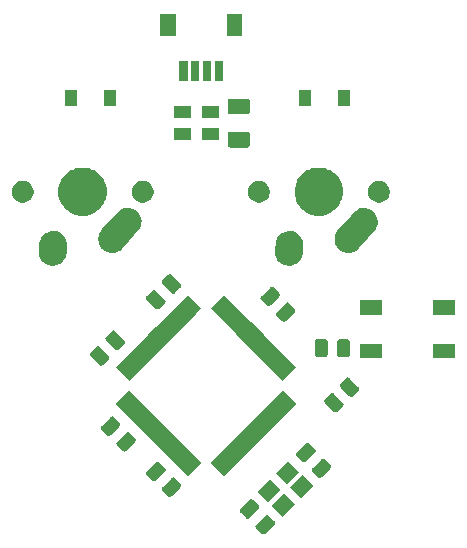
<source format=gbs>
G04 #@! TF.GenerationSoftware,KiCad,Pcbnew,(5.1.4)-1*
G04 #@! TF.CreationDate,2023-02-06T19:21:26+01:00*
G04 #@! TF.ProjectId,Keypad PCB,4b657970-6164-4205-9043-422e6b696361,rev?*
G04 #@! TF.SameCoordinates,Original*
G04 #@! TF.FileFunction,Soldermask,Bot*
G04 #@! TF.FilePolarity,Negative*
%FSLAX46Y46*%
G04 Gerber Fmt 4.6, Leading zero omitted, Abs format (unit mm)*
G04 Created by KiCad (PCBNEW (5.1.4)-1) date 2023-02-06 19:21:26*
%MOMM*%
%LPD*%
G04 APERTURE LIST*
%ADD10C,0.100000*%
G04 APERTURE END LIST*
D10*
G36*
X185647141Y-77366302D02*
G01*
X185685811Y-77378033D01*
X185721450Y-77397083D01*
X185757456Y-77426632D01*
X185797306Y-77466482D01*
X185797312Y-77466487D01*
X186178089Y-77847264D01*
X186178094Y-77847270D01*
X186217944Y-77887120D01*
X186247493Y-77923126D01*
X186266543Y-77958765D01*
X186278274Y-77997435D01*
X186282234Y-78037653D01*
X186278274Y-78077871D01*
X186266543Y-78116541D01*
X186247493Y-78152180D01*
X186217944Y-78188186D01*
X186178094Y-78228036D01*
X186178089Y-78228042D01*
X185496792Y-78909339D01*
X185496786Y-78909344D01*
X185456936Y-78949194D01*
X185420930Y-78978743D01*
X185385291Y-78997793D01*
X185346621Y-79009524D01*
X185306403Y-79013484D01*
X185266185Y-79009524D01*
X185227515Y-78997793D01*
X185191876Y-78978743D01*
X185155870Y-78949194D01*
X185116020Y-78909344D01*
X185116014Y-78909339D01*
X184735237Y-78528562D01*
X184735232Y-78528556D01*
X184695382Y-78488706D01*
X184665833Y-78452700D01*
X184646783Y-78417061D01*
X184635052Y-78378391D01*
X184631092Y-78338173D01*
X184635052Y-78297955D01*
X184646783Y-78259285D01*
X184665833Y-78223646D01*
X184695382Y-78187640D01*
X184735232Y-78147790D01*
X184735237Y-78147784D01*
X185416534Y-77466487D01*
X185416540Y-77466482D01*
X185456390Y-77426632D01*
X185492396Y-77397083D01*
X185528035Y-77378033D01*
X185566705Y-77366302D01*
X185606923Y-77362342D01*
X185647141Y-77366302D01*
X185647141Y-77366302D01*
G37*
G36*
X184321315Y-76040476D02*
G01*
X184359985Y-76052207D01*
X184395624Y-76071257D01*
X184431630Y-76100806D01*
X184471480Y-76140656D01*
X184471486Y-76140661D01*
X184852263Y-76521438D01*
X184852268Y-76521444D01*
X184892118Y-76561294D01*
X184921667Y-76597300D01*
X184940717Y-76632939D01*
X184952448Y-76671609D01*
X184956408Y-76711827D01*
X184952448Y-76752045D01*
X184940717Y-76790715D01*
X184921667Y-76826354D01*
X184892118Y-76862360D01*
X184852268Y-76902210D01*
X184852263Y-76902216D01*
X184170966Y-77583513D01*
X184170960Y-77583518D01*
X184131110Y-77623368D01*
X184095104Y-77652917D01*
X184059465Y-77671967D01*
X184020795Y-77683698D01*
X183980577Y-77687658D01*
X183940359Y-77683698D01*
X183901689Y-77671967D01*
X183866050Y-77652917D01*
X183830044Y-77623368D01*
X183790194Y-77583518D01*
X183790188Y-77583513D01*
X183409411Y-77202736D01*
X183409406Y-77202730D01*
X183369556Y-77162880D01*
X183340007Y-77126874D01*
X183320957Y-77091235D01*
X183309226Y-77052565D01*
X183305266Y-77012347D01*
X183309226Y-76972129D01*
X183320957Y-76933459D01*
X183340007Y-76897820D01*
X183369556Y-76861814D01*
X183409406Y-76821964D01*
X183409411Y-76821958D01*
X184090708Y-76140661D01*
X184090714Y-76140656D01*
X184130564Y-76100806D01*
X184166570Y-76071257D01*
X184202209Y-76052207D01*
X184240879Y-76040476D01*
X184281097Y-76036516D01*
X184321315Y-76040476D01*
X184321315Y-76040476D01*
G37*
G36*
X187989587Y-76451897D02*
G01*
X186927512Y-77513972D01*
X186006859Y-76593319D01*
X187068934Y-75531244D01*
X187989587Y-76451897D01*
X187989587Y-76451897D01*
G37*
G36*
X186787506Y-75249816D02*
G01*
X185725431Y-76311891D01*
X184804778Y-75391238D01*
X185866853Y-74329163D01*
X186787506Y-75249816D01*
X186787506Y-75249816D01*
G37*
G36*
X189545222Y-74896262D02*
G01*
X188483147Y-75958337D01*
X187562494Y-75037684D01*
X188624569Y-73975609D01*
X189545222Y-74896262D01*
X189545222Y-74896262D01*
G37*
G36*
X177709641Y-74191302D02*
G01*
X177748311Y-74203033D01*
X177783950Y-74222083D01*
X177819956Y-74251632D01*
X177859806Y-74291482D01*
X177859812Y-74291487D01*
X178240589Y-74672264D01*
X178240594Y-74672270D01*
X178280444Y-74712120D01*
X178309993Y-74748126D01*
X178329043Y-74783765D01*
X178340774Y-74822435D01*
X178344734Y-74862653D01*
X178340774Y-74902871D01*
X178329043Y-74941541D01*
X178309993Y-74977180D01*
X178280444Y-75013186D01*
X178240594Y-75053036D01*
X178240589Y-75053042D01*
X177559292Y-75734339D01*
X177559286Y-75734344D01*
X177519436Y-75774194D01*
X177483430Y-75803743D01*
X177447791Y-75822793D01*
X177409121Y-75834524D01*
X177368903Y-75838484D01*
X177328685Y-75834524D01*
X177290015Y-75822793D01*
X177254376Y-75803743D01*
X177218370Y-75774194D01*
X177178520Y-75734344D01*
X177178514Y-75734339D01*
X176797737Y-75353562D01*
X176797732Y-75353556D01*
X176757882Y-75313706D01*
X176728333Y-75277700D01*
X176709283Y-75242061D01*
X176697552Y-75203391D01*
X176693592Y-75163173D01*
X176697552Y-75122955D01*
X176709283Y-75084285D01*
X176728333Y-75048646D01*
X176757882Y-75012640D01*
X176797732Y-74972790D01*
X176797737Y-74972784D01*
X177479034Y-74291487D01*
X177479040Y-74291482D01*
X177518890Y-74251632D01*
X177554896Y-74222083D01*
X177590535Y-74203033D01*
X177629205Y-74191302D01*
X177669423Y-74187342D01*
X177709641Y-74191302D01*
X177709641Y-74191302D01*
G37*
G36*
X188343141Y-73694181D02*
G01*
X187281066Y-74756256D01*
X186360413Y-73835603D01*
X187422488Y-72773528D01*
X188343141Y-73694181D01*
X188343141Y-73694181D01*
G37*
G36*
X176383815Y-72865476D02*
G01*
X176422485Y-72877207D01*
X176458124Y-72896257D01*
X176494130Y-72925806D01*
X176533980Y-72965656D01*
X176533986Y-72965661D01*
X176914763Y-73346438D01*
X176914768Y-73346444D01*
X176954618Y-73386294D01*
X176984167Y-73422300D01*
X177003217Y-73457939D01*
X177014948Y-73496609D01*
X177018908Y-73536827D01*
X177014948Y-73577045D01*
X177003217Y-73615715D01*
X176984167Y-73651354D01*
X176954618Y-73687360D01*
X176914768Y-73727210D01*
X176914763Y-73727216D01*
X176233466Y-74408513D01*
X176233460Y-74408518D01*
X176193610Y-74448368D01*
X176157604Y-74477917D01*
X176121965Y-74496967D01*
X176083295Y-74508698D01*
X176043077Y-74512658D01*
X176002859Y-74508698D01*
X175964189Y-74496967D01*
X175928550Y-74477917D01*
X175892544Y-74448368D01*
X175852694Y-74408518D01*
X175852688Y-74408513D01*
X175471911Y-74027736D01*
X175471906Y-74027730D01*
X175432056Y-73987880D01*
X175402507Y-73951874D01*
X175383457Y-73916235D01*
X175371726Y-73877565D01*
X175367766Y-73837347D01*
X175371726Y-73797129D01*
X175383457Y-73758459D01*
X175402507Y-73722820D01*
X175432056Y-73686814D01*
X175471906Y-73646964D01*
X175471911Y-73646958D01*
X176153208Y-72965661D01*
X176153214Y-72965656D01*
X176193064Y-72925806D01*
X176229070Y-72896257D01*
X176264709Y-72877207D01*
X176303379Y-72865476D01*
X176343597Y-72861516D01*
X176383815Y-72865476D01*
X176383815Y-72865476D01*
G37*
G36*
X190409641Y-72603802D02*
G01*
X190448311Y-72615533D01*
X190483950Y-72634583D01*
X190519956Y-72664132D01*
X190559806Y-72703982D01*
X190559812Y-72703987D01*
X190940589Y-73084764D01*
X190940594Y-73084770D01*
X190980444Y-73124620D01*
X191009993Y-73160626D01*
X191029043Y-73196265D01*
X191040774Y-73234935D01*
X191044734Y-73275153D01*
X191040774Y-73315371D01*
X191029043Y-73354041D01*
X191009993Y-73389680D01*
X190980444Y-73425686D01*
X190940594Y-73465536D01*
X190940589Y-73465542D01*
X190259292Y-74146839D01*
X190259286Y-74146844D01*
X190219436Y-74186694D01*
X190183430Y-74216243D01*
X190147791Y-74235293D01*
X190109121Y-74247024D01*
X190068903Y-74250984D01*
X190028685Y-74247024D01*
X189990015Y-74235293D01*
X189954376Y-74216243D01*
X189918370Y-74186694D01*
X189878520Y-74146844D01*
X189878514Y-74146839D01*
X189497737Y-73766062D01*
X189497732Y-73766056D01*
X189457882Y-73726206D01*
X189428333Y-73690200D01*
X189409283Y-73654561D01*
X189397552Y-73615891D01*
X189393592Y-73575673D01*
X189397552Y-73535455D01*
X189409283Y-73496785D01*
X189428333Y-73461146D01*
X189457882Y-73425140D01*
X189497732Y-73385290D01*
X189497737Y-73385284D01*
X190179034Y-72703987D01*
X190179040Y-72703982D01*
X190218890Y-72664132D01*
X190254896Y-72634583D01*
X190290535Y-72615533D01*
X190329205Y-72603802D01*
X190369423Y-72599842D01*
X190409641Y-72603802D01*
X190409641Y-72603802D01*
G37*
G36*
X174398238Y-67294971D02*
G01*
X174398244Y-67294976D01*
X175601727Y-68498459D01*
X175601732Y-68498465D01*
X176095294Y-68992027D01*
X176095300Y-68992032D01*
X176733098Y-69629830D01*
X176733103Y-69629836D01*
X177226665Y-70123398D01*
X177226671Y-70123403D01*
X177864469Y-70761201D01*
X177864474Y-70761207D01*
X178358036Y-71254769D01*
X178358042Y-71254774D01*
X179561525Y-72458257D01*
X179561530Y-72458263D01*
X180038827Y-72935560D01*
X178906042Y-74068345D01*
X178356627Y-73518930D01*
X178356622Y-73518924D01*
X177297375Y-72459677D01*
X177297369Y-72459672D01*
X176659571Y-71821874D01*
X176659566Y-71821868D01*
X176166004Y-71328306D01*
X176165998Y-71328301D01*
X175528200Y-70690503D01*
X175528195Y-70690497D01*
X175034633Y-70196935D01*
X175034627Y-70196930D01*
X174396829Y-69559132D01*
X174396824Y-69559126D01*
X173337577Y-68499879D01*
X173337571Y-68499874D01*
X172788155Y-67950458D01*
X173920940Y-66817673D01*
X174398238Y-67294971D01*
X174398238Y-67294971D01*
G37*
G36*
X188099845Y-67950458D02*
G01*
X187550424Y-68499879D01*
X186984738Y-69065564D01*
X186491177Y-69559126D01*
X183590626Y-72459677D01*
X183024940Y-73025362D01*
X182531379Y-73518924D01*
X181981958Y-74068345D01*
X180849173Y-72935560D01*
X181310206Y-72474527D01*
X181326471Y-72458263D01*
X181326480Y-72458252D01*
X182529954Y-71254778D01*
X182529965Y-71254769D01*
X182546230Y-71238505D01*
X182546229Y-71238504D01*
X183007262Y-70777471D01*
X183007263Y-70777472D01*
X183023527Y-70761207D01*
X183023536Y-70761196D01*
X183661325Y-70123407D01*
X183661336Y-70123398D01*
X183677601Y-70107134D01*
X183677600Y-70107133D01*
X184138633Y-69646100D01*
X184138634Y-69646101D01*
X184154898Y-69629836D01*
X184154907Y-69629825D01*
X184792696Y-68992036D01*
X184792707Y-68992027D01*
X184808972Y-68975763D01*
X184808971Y-68975762D01*
X185270004Y-68514729D01*
X185270005Y-68514730D01*
X185286269Y-68498465D01*
X185286278Y-68498454D01*
X186489752Y-67294980D01*
X186489763Y-67294971D01*
X186506027Y-67278706D01*
X186967060Y-66817673D01*
X188099845Y-67950458D01*
X188099845Y-67950458D01*
G37*
G36*
X189083815Y-71277976D02*
G01*
X189122485Y-71289707D01*
X189158124Y-71308757D01*
X189194130Y-71338306D01*
X189233980Y-71378156D01*
X189233986Y-71378161D01*
X189614763Y-71758938D01*
X189614768Y-71758944D01*
X189654618Y-71798794D01*
X189684167Y-71834800D01*
X189703217Y-71870439D01*
X189714948Y-71909109D01*
X189718908Y-71949327D01*
X189714948Y-71989545D01*
X189703217Y-72028215D01*
X189684167Y-72063854D01*
X189654618Y-72099860D01*
X189614768Y-72139710D01*
X189614763Y-72139716D01*
X188933466Y-72821013D01*
X188933460Y-72821018D01*
X188893610Y-72860868D01*
X188857604Y-72890417D01*
X188821965Y-72909467D01*
X188783295Y-72921198D01*
X188743077Y-72925158D01*
X188702859Y-72921198D01*
X188664189Y-72909467D01*
X188628550Y-72890417D01*
X188592544Y-72860868D01*
X188552694Y-72821018D01*
X188552688Y-72821013D01*
X188171911Y-72440236D01*
X188171906Y-72440230D01*
X188132056Y-72400380D01*
X188102507Y-72364374D01*
X188083457Y-72328735D01*
X188071726Y-72290065D01*
X188067766Y-72249847D01*
X188071726Y-72209629D01*
X188083457Y-72170959D01*
X188102507Y-72135320D01*
X188132056Y-72099314D01*
X188171906Y-72059464D01*
X188171911Y-72059458D01*
X188853208Y-71378161D01*
X188853214Y-71378156D01*
X188893064Y-71338306D01*
X188929070Y-71308757D01*
X188964709Y-71289707D01*
X189003379Y-71277976D01*
X189043597Y-71274016D01*
X189083815Y-71277976D01*
X189083815Y-71277976D01*
G37*
G36*
X173871728Y-70353389D02*
G01*
X173910398Y-70365120D01*
X173946037Y-70384170D01*
X173982043Y-70413719D01*
X174021893Y-70453569D01*
X174021899Y-70453574D01*
X174402676Y-70834351D01*
X174402681Y-70834357D01*
X174442531Y-70874207D01*
X174472080Y-70910213D01*
X174491130Y-70945852D01*
X174502861Y-70984522D01*
X174506821Y-71024740D01*
X174502861Y-71064958D01*
X174491130Y-71103628D01*
X174472080Y-71139267D01*
X174442531Y-71175273D01*
X174402681Y-71215123D01*
X174402676Y-71215129D01*
X173721379Y-71896426D01*
X173721373Y-71896431D01*
X173681523Y-71936281D01*
X173645517Y-71965830D01*
X173609878Y-71984880D01*
X173571208Y-71996611D01*
X173530990Y-72000571D01*
X173490772Y-71996611D01*
X173452102Y-71984880D01*
X173416463Y-71965830D01*
X173380457Y-71936281D01*
X173340607Y-71896431D01*
X173340601Y-71896426D01*
X172959824Y-71515649D01*
X172959819Y-71515643D01*
X172919969Y-71475793D01*
X172890420Y-71439787D01*
X172871370Y-71404148D01*
X172859639Y-71365478D01*
X172855679Y-71325260D01*
X172859639Y-71285042D01*
X172871370Y-71246372D01*
X172890420Y-71210733D01*
X172919969Y-71174727D01*
X172959819Y-71134877D01*
X172959824Y-71134871D01*
X173641121Y-70453574D01*
X173641127Y-70453569D01*
X173680977Y-70413719D01*
X173716983Y-70384170D01*
X173752622Y-70365120D01*
X173791292Y-70353389D01*
X173831510Y-70349429D01*
X173871728Y-70353389D01*
X173871728Y-70353389D01*
G37*
G36*
X172545902Y-69027563D02*
G01*
X172584572Y-69039294D01*
X172620211Y-69058344D01*
X172656217Y-69087893D01*
X172696067Y-69127743D01*
X172696073Y-69127748D01*
X173076850Y-69508525D01*
X173076855Y-69508531D01*
X173116705Y-69548381D01*
X173146254Y-69584387D01*
X173165304Y-69620026D01*
X173177035Y-69658696D01*
X173180995Y-69698914D01*
X173177035Y-69739132D01*
X173165304Y-69777802D01*
X173146254Y-69813441D01*
X173116705Y-69849447D01*
X173076855Y-69889297D01*
X173076850Y-69889303D01*
X172395553Y-70570600D01*
X172395547Y-70570605D01*
X172355697Y-70610455D01*
X172319691Y-70640004D01*
X172284052Y-70659054D01*
X172245382Y-70670785D01*
X172205164Y-70674745D01*
X172164946Y-70670785D01*
X172126276Y-70659054D01*
X172090637Y-70640004D01*
X172054631Y-70610455D01*
X172014781Y-70570605D01*
X172014775Y-70570600D01*
X171633998Y-70189823D01*
X171633993Y-70189817D01*
X171594143Y-70149967D01*
X171564594Y-70113961D01*
X171545544Y-70078322D01*
X171533813Y-70039652D01*
X171529853Y-69999434D01*
X171533813Y-69959216D01*
X171545544Y-69920546D01*
X171564594Y-69884907D01*
X171594143Y-69848901D01*
X171633993Y-69809051D01*
X171633998Y-69809045D01*
X172315295Y-69127748D01*
X172315301Y-69127743D01*
X172355151Y-69087893D01*
X172391157Y-69058344D01*
X172426796Y-69039294D01*
X172465466Y-69027563D01*
X172505684Y-69023603D01*
X172545902Y-69027563D01*
X172545902Y-69027563D01*
G37*
G36*
X191164545Y-67047552D02*
G01*
X191203215Y-67059283D01*
X191238854Y-67078333D01*
X191274860Y-67107882D01*
X191314710Y-67147732D01*
X191314716Y-67147737D01*
X191996013Y-67829034D01*
X191996018Y-67829040D01*
X192035868Y-67868890D01*
X192065417Y-67904896D01*
X192084467Y-67940535D01*
X192096198Y-67979205D01*
X192100158Y-68019423D01*
X192096198Y-68059641D01*
X192084467Y-68098311D01*
X192065417Y-68133950D01*
X192035868Y-68169956D01*
X191996018Y-68209806D01*
X191996013Y-68209812D01*
X191615236Y-68590589D01*
X191615230Y-68590594D01*
X191575380Y-68630444D01*
X191539374Y-68659993D01*
X191503735Y-68679043D01*
X191465065Y-68690774D01*
X191424847Y-68694734D01*
X191384629Y-68690774D01*
X191345959Y-68679043D01*
X191310320Y-68659993D01*
X191274314Y-68630444D01*
X191234464Y-68590594D01*
X191234458Y-68590589D01*
X190553161Y-67909292D01*
X190553156Y-67909286D01*
X190513306Y-67869436D01*
X190483757Y-67833430D01*
X190464707Y-67797791D01*
X190452976Y-67759121D01*
X190449016Y-67718903D01*
X190452976Y-67678685D01*
X190464707Y-67640015D01*
X190483757Y-67604376D01*
X190513306Y-67568370D01*
X190553156Y-67528520D01*
X190553161Y-67528514D01*
X190933938Y-67147737D01*
X190933944Y-67147732D01*
X190973794Y-67107882D01*
X191009800Y-67078333D01*
X191045439Y-67059283D01*
X191084109Y-67047552D01*
X191124327Y-67043592D01*
X191164545Y-67047552D01*
X191164545Y-67047552D01*
G37*
G36*
X192490371Y-65721726D02*
G01*
X192529041Y-65733457D01*
X192564680Y-65752507D01*
X192600686Y-65782056D01*
X192640536Y-65821906D01*
X192640542Y-65821911D01*
X193321839Y-66503208D01*
X193321844Y-66503214D01*
X193361694Y-66543064D01*
X193391243Y-66579070D01*
X193410293Y-66614709D01*
X193422024Y-66653379D01*
X193425984Y-66693597D01*
X193422024Y-66733815D01*
X193410293Y-66772485D01*
X193391243Y-66808124D01*
X193361694Y-66844130D01*
X193321844Y-66883980D01*
X193321839Y-66883986D01*
X192941062Y-67264763D01*
X192941056Y-67264768D01*
X192901206Y-67304618D01*
X192865200Y-67334167D01*
X192829561Y-67353217D01*
X192790891Y-67364948D01*
X192750673Y-67368908D01*
X192710455Y-67364948D01*
X192671785Y-67353217D01*
X192636146Y-67334167D01*
X192600140Y-67304618D01*
X192560290Y-67264768D01*
X192560284Y-67264763D01*
X191878987Y-66583466D01*
X191878982Y-66583460D01*
X191839132Y-66543610D01*
X191809583Y-66507604D01*
X191790533Y-66471965D01*
X191778802Y-66433295D01*
X191774842Y-66393077D01*
X191778802Y-66352859D01*
X191790533Y-66314189D01*
X191809583Y-66278550D01*
X191839132Y-66242544D01*
X191878982Y-66202694D01*
X191878987Y-66202688D01*
X192259764Y-65821911D01*
X192259770Y-65821906D01*
X192299620Y-65782056D01*
X192335626Y-65752507D01*
X192371265Y-65733457D01*
X192409935Y-65721726D01*
X192450153Y-65717766D01*
X192490371Y-65721726D01*
X192490371Y-65721726D01*
G37*
G36*
X182531374Y-59306071D02*
G01*
X182531379Y-59306077D01*
X183590626Y-60365324D01*
X183590632Y-60365329D01*
X184228430Y-61003127D01*
X184228435Y-61003133D01*
X184721997Y-61496695D01*
X184722003Y-61496700D01*
X185359801Y-62134498D01*
X185359806Y-62134504D01*
X185853368Y-62628066D01*
X185853374Y-62628071D01*
X186491172Y-63265869D01*
X186491177Y-63265875D01*
X187550424Y-64325122D01*
X187550430Y-64325127D01*
X188099845Y-64874542D01*
X186967060Y-66007327D01*
X186489763Y-65530030D01*
X186489757Y-65530025D01*
X185286274Y-64326542D01*
X185286269Y-64326536D01*
X184792707Y-63832974D01*
X184792701Y-63832969D01*
X184154903Y-63195171D01*
X184154898Y-63195165D01*
X183661336Y-62701603D01*
X183661330Y-62701598D01*
X183023532Y-62063800D01*
X183023527Y-62063794D01*
X182529965Y-61570232D01*
X182529959Y-61570227D01*
X181326476Y-60366744D01*
X181326471Y-60366738D01*
X180849173Y-59889440D01*
X181981958Y-58756655D01*
X182531374Y-59306071D01*
X182531374Y-59306071D01*
G37*
G36*
X180038827Y-59889440D02*
G01*
X179561530Y-60366738D01*
X174398238Y-65530030D01*
X173920940Y-66007327D01*
X172788155Y-64874542D01*
X173337566Y-64325131D01*
X173337577Y-64325122D01*
X173353841Y-64308857D01*
X174380559Y-63282139D01*
X174396824Y-63265875D01*
X174396833Y-63265864D01*
X175034622Y-62628075D01*
X175034633Y-62628066D01*
X175050898Y-62611802D01*
X175050897Y-62611801D01*
X175511930Y-62150768D01*
X175511931Y-62150769D01*
X175528195Y-62134504D01*
X175528204Y-62134493D01*
X176165993Y-61496704D01*
X176166004Y-61496695D01*
X176182269Y-61480431D01*
X176182268Y-61480430D01*
X176643301Y-61019397D01*
X176643302Y-61019398D01*
X176659566Y-61003133D01*
X176659575Y-61003122D01*
X177297364Y-60365333D01*
X177297375Y-60365324D01*
X177313639Y-60349059D01*
X178340357Y-59322341D01*
X178356622Y-59306077D01*
X178356631Y-59306066D01*
X178906042Y-58756655D01*
X180038827Y-59889440D01*
X180038827Y-59889440D01*
G37*
G36*
X171320795Y-63078802D02*
G01*
X171359465Y-63090533D01*
X171395104Y-63109583D01*
X171431110Y-63139132D01*
X171470960Y-63178982D01*
X171470966Y-63178987D01*
X172152263Y-63860284D01*
X172152268Y-63860290D01*
X172192118Y-63900140D01*
X172221667Y-63936146D01*
X172240717Y-63971785D01*
X172252448Y-64010455D01*
X172256408Y-64050673D01*
X172252448Y-64090891D01*
X172240717Y-64129561D01*
X172221667Y-64165200D01*
X172192118Y-64201206D01*
X172152268Y-64241056D01*
X172152263Y-64241062D01*
X171771486Y-64621839D01*
X171771480Y-64621844D01*
X171731630Y-64661694D01*
X171695624Y-64691243D01*
X171659985Y-64710293D01*
X171621315Y-64722024D01*
X171581097Y-64725984D01*
X171540879Y-64722024D01*
X171502209Y-64710293D01*
X171466570Y-64691243D01*
X171430564Y-64661694D01*
X171390714Y-64621844D01*
X171390708Y-64621839D01*
X170709411Y-63940542D01*
X170709406Y-63940536D01*
X170669556Y-63900686D01*
X170640007Y-63864680D01*
X170620957Y-63829041D01*
X170609226Y-63790371D01*
X170605266Y-63750153D01*
X170609226Y-63709935D01*
X170620957Y-63671265D01*
X170640007Y-63635626D01*
X170669556Y-63599620D01*
X170709406Y-63559770D01*
X170709411Y-63559764D01*
X171090188Y-63178987D01*
X171090194Y-63178982D01*
X171130044Y-63139132D01*
X171166050Y-63109583D01*
X171201689Y-63090533D01*
X171240359Y-63078802D01*
X171280577Y-63074842D01*
X171320795Y-63078802D01*
X171320795Y-63078802D01*
G37*
G36*
X195344750Y-64101000D02*
G01*
X193442750Y-64101000D01*
X193442750Y-62899000D01*
X195344750Y-62899000D01*
X195344750Y-64101000D01*
X195344750Y-64101000D01*
G37*
G36*
X201544750Y-64101000D02*
G01*
X199642750Y-64101000D01*
X199642750Y-62899000D01*
X201544750Y-62899000D01*
X201544750Y-64101000D01*
X201544750Y-64101000D01*
G37*
G36*
X192453218Y-62491065D02*
G01*
X192491888Y-62502796D01*
X192527527Y-62521846D01*
X192558767Y-62547483D01*
X192584404Y-62578723D01*
X192603454Y-62614362D01*
X192615185Y-62653032D01*
X192619750Y-62699388D01*
X192619750Y-63775612D01*
X192615185Y-63821968D01*
X192603454Y-63860638D01*
X192584404Y-63896277D01*
X192558767Y-63927517D01*
X192527527Y-63953154D01*
X192491888Y-63972204D01*
X192453218Y-63983935D01*
X192406862Y-63988500D01*
X191755638Y-63988500D01*
X191709282Y-63983935D01*
X191670612Y-63972204D01*
X191634973Y-63953154D01*
X191603733Y-63927517D01*
X191578096Y-63896277D01*
X191559046Y-63860638D01*
X191547315Y-63821968D01*
X191542750Y-63775612D01*
X191542750Y-62699388D01*
X191547315Y-62653032D01*
X191559046Y-62614362D01*
X191578096Y-62578723D01*
X191603733Y-62547483D01*
X191634973Y-62521846D01*
X191670612Y-62502796D01*
X191709282Y-62491065D01*
X191755638Y-62486500D01*
X192406862Y-62486500D01*
X192453218Y-62491065D01*
X192453218Y-62491065D01*
G37*
G36*
X190578218Y-62491065D02*
G01*
X190616888Y-62502796D01*
X190652527Y-62521846D01*
X190683767Y-62547483D01*
X190709404Y-62578723D01*
X190728454Y-62614362D01*
X190740185Y-62653032D01*
X190744750Y-62699388D01*
X190744750Y-63775612D01*
X190740185Y-63821968D01*
X190728454Y-63860638D01*
X190709404Y-63896277D01*
X190683767Y-63927517D01*
X190652527Y-63953154D01*
X190616888Y-63972204D01*
X190578218Y-63983935D01*
X190531862Y-63988500D01*
X189880638Y-63988500D01*
X189834282Y-63983935D01*
X189795612Y-63972204D01*
X189759973Y-63953154D01*
X189728733Y-63927517D01*
X189703096Y-63896277D01*
X189684046Y-63860638D01*
X189672315Y-63821968D01*
X189667750Y-63775612D01*
X189667750Y-62699388D01*
X189672315Y-62653032D01*
X189684046Y-62614362D01*
X189703096Y-62578723D01*
X189728733Y-62547483D01*
X189759973Y-62521846D01*
X189795612Y-62502796D01*
X189834282Y-62491065D01*
X189880638Y-62486500D01*
X190531862Y-62486500D01*
X190578218Y-62491065D01*
X190578218Y-62491065D01*
G37*
G36*
X172646621Y-61752976D02*
G01*
X172685291Y-61764707D01*
X172720930Y-61783757D01*
X172756936Y-61813306D01*
X172796786Y-61853156D01*
X172796792Y-61853161D01*
X173478089Y-62534458D01*
X173478094Y-62534464D01*
X173517944Y-62574314D01*
X173547493Y-62610320D01*
X173566543Y-62645959D01*
X173578274Y-62684629D01*
X173582234Y-62724847D01*
X173578274Y-62765065D01*
X173566543Y-62803735D01*
X173547493Y-62839374D01*
X173517944Y-62875380D01*
X173478094Y-62915230D01*
X173478089Y-62915236D01*
X173097312Y-63296013D01*
X173097306Y-63296018D01*
X173057456Y-63335868D01*
X173021450Y-63365417D01*
X172985811Y-63384467D01*
X172947141Y-63396198D01*
X172906923Y-63400158D01*
X172866705Y-63396198D01*
X172828035Y-63384467D01*
X172792396Y-63365417D01*
X172756390Y-63335868D01*
X172716540Y-63296018D01*
X172716534Y-63296013D01*
X172035237Y-62614716D01*
X172035232Y-62614710D01*
X171995382Y-62574860D01*
X171965833Y-62538854D01*
X171946783Y-62503215D01*
X171935052Y-62464545D01*
X171931092Y-62424327D01*
X171935052Y-62384109D01*
X171946783Y-62345439D01*
X171965833Y-62309800D01*
X171995382Y-62273794D01*
X172035232Y-62233944D01*
X172035237Y-62233938D01*
X172416014Y-61853161D01*
X172416020Y-61853156D01*
X172455870Y-61813306D01*
X172491876Y-61783757D01*
X172527515Y-61764707D01*
X172566185Y-61752976D01*
X172606403Y-61749016D01*
X172646621Y-61752976D01*
X172646621Y-61752976D01*
G37*
G36*
X187384641Y-59372552D02*
G01*
X187423311Y-59384283D01*
X187458950Y-59403333D01*
X187494956Y-59432882D01*
X187534806Y-59472732D01*
X187534812Y-59472737D01*
X187915589Y-59853514D01*
X187915594Y-59853520D01*
X187955444Y-59893370D01*
X187984993Y-59929376D01*
X188004043Y-59965015D01*
X188015774Y-60003685D01*
X188019734Y-60043903D01*
X188015774Y-60084121D01*
X188004043Y-60122791D01*
X187984993Y-60158430D01*
X187955444Y-60194436D01*
X187915594Y-60234286D01*
X187915589Y-60234292D01*
X187234292Y-60915589D01*
X187234286Y-60915594D01*
X187194436Y-60955444D01*
X187158430Y-60984993D01*
X187122791Y-61004043D01*
X187084121Y-61015774D01*
X187043903Y-61019734D01*
X187003685Y-61015774D01*
X186965015Y-61004043D01*
X186929376Y-60984993D01*
X186893370Y-60955444D01*
X186853520Y-60915594D01*
X186853514Y-60915589D01*
X186472737Y-60534812D01*
X186472732Y-60534806D01*
X186432882Y-60494956D01*
X186403333Y-60458950D01*
X186384283Y-60423311D01*
X186372552Y-60384641D01*
X186368592Y-60344423D01*
X186372552Y-60304205D01*
X186384283Y-60265535D01*
X186403333Y-60229896D01*
X186432882Y-60193890D01*
X186472732Y-60154040D01*
X186472737Y-60154034D01*
X187154034Y-59472737D01*
X187154040Y-59472732D01*
X187193890Y-59432882D01*
X187229896Y-59403333D01*
X187265535Y-59384283D01*
X187304205Y-59372552D01*
X187344423Y-59368592D01*
X187384641Y-59372552D01*
X187384641Y-59372552D01*
G37*
G36*
X201544750Y-60401000D02*
G01*
X199642750Y-60401000D01*
X199642750Y-59199000D01*
X201544750Y-59199000D01*
X201544750Y-60401000D01*
X201544750Y-60401000D01*
G37*
G36*
X195344750Y-60401000D02*
G01*
X193442750Y-60401000D01*
X193442750Y-59199000D01*
X195344750Y-59199000D01*
X195344750Y-60401000D01*
X195344750Y-60401000D01*
G37*
G36*
X176083295Y-58316302D02*
G01*
X176121965Y-58328033D01*
X176157604Y-58347083D01*
X176193610Y-58376632D01*
X176233460Y-58416482D01*
X176233466Y-58416487D01*
X176914763Y-59097784D01*
X176914768Y-59097790D01*
X176954618Y-59137640D01*
X176984167Y-59173646D01*
X177003217Y-59209285D01*
X177014948Y-59247955D01*
X177018908Y-59288173D01*
X177014948Y-59328391D01*
X177003217Y-59367061D01*
X176984167Y-59402700D01*
X176954618Y-59438706D01*
X176914768Y-59478556D01*
X176914763Y-59478562D01*
X176533986Y-59859339D01*
X176533980Y-59859344D01*
X176494130Y-59899194D01*
X176458124Y-59928743D01*
X176422485Y-59947793D01*
X176383815Y-59959524D01*
X176343597Y-59963484D01*
X176303379Y-59959524D01*
X176264709Y-59947793D01*
X176229070Y-59928743D01*
X176193064Y-59899194D01*
X176153214Y-59859344D01*
X176153208Y-59859339D01*
X175471911Y-59178042D01*
X175471906Y-59178036D01*
X175432056Y-59138186D01*
X175402507Y-59102180D01*
X175383457Y-59066541D01*
X175371726Y-59027871D01*
X175367766Y-58987653D01*
X175371726Y-58947435D01*
X175383457Y-58908765D01*
X175402507Y-58873126D01*
X175432056Y-58837120D01*
X175471906Y-58797270D01*
X175471911Y-58797264D01*
X175852688Y-58416487D01*
X175852694Y-58416482D01*
X175892544Y-58376632D01*
X175928550Y-58347083D01*
X175964189Y-58328033D01*
X176002859Y-58316302D01*
X176043077Y-58312342D01*
X176083295Y-58316302D01*
X176083295Y-58316302D01*
G37*
G36*
X186058815Y-58046726D02*
G01*
X186097485Y-58058457D01*
X186133124Y-58077507D01*
X186169130Y-58107056D01*
X186208980Y-58146906D01*
X186208986Y-58146911D01*
X186589763Y-58527688D01*
X186589768Y-58527694D01*
X186629618Y-58567544D01*
X186659167Y-58603550D01*
X186678217Y-58639189D01*
X186689948Y-58677859D01*
X186693908Y-58718077D01*
X186689948Y-58758295D01*
X186678217Y-58796965D01*
X186659167Y-58832604D01*
X186629618Y-58868610D01*
X186589768Y-58908460D01*
X186589763Y-58908466D01*
X185908466Y-59589763D01*
X185908460Y-59589768D01*
X185868610Y-59629618D01*
X185832604Y-59659167D01*
X185796965Y-59678217D01*
X185758295Y-59689948D01*
X185718077Y-59693908D01*
X185677859Y-59689948D01*
X185639189Y-59678217D01*
X185603550Y-59659167D01*
X185567544Y-59629618D01*
X185527694Y-59589768D01*
X185527688Y-59589763D01*
X185146911Y-59208986D01*
X185146906Y-59208980D01*
X185107056Y-59169130D01*
X185077507Y-59133124D01*
X185058457Y-59097485D01*
X185046726Y-59058815D01*
X185042766Y-59018597D01*
X185046726Y-58978379D01*
X185058457Y-58939709D01*
X185077507Y-58904070D01*
X185107056Y-58868064D01*
X185146906Y-58828214D01*
X185146911Y-58828208D01*
X185828208Y-58146911D01*
X185828214Y-58146906D01*
X185868064Y-58107056D01*
X185904070Y-58077507D01*
X185939709Y-58058457D01*
X185978379Y-58046726D01*
X186018597Y-58042766D01*
X186058815Y-58046726D01*
X186058815Y-58046726D01*
G37*
G36*
X177409121Y-56990476D02*
G01*
X177447791Y-57002207D01*
X177483430Y-57021257D01*
X177519436Y-57050806D01*
X177559286Y-57090656D01*
X177559292Y-57090661D01*
X178240589Y-57771958D01*
X178240594Y-57771964D01*
X178280444Y-57811814D01*
X178309993Y-57847820D01*
X178329043Y-57883459D01*
X178340774Y-57922129D01*
X178344734Y-57962347D01*
X178340774Y-58002565D01*
X178329043Y-58041235D01*
X178309993Y-58076874D01*
X178280444Y-58112880D01*
X178240594Y-58152730D01*
X178240589Y-58152736D01*
X177859812Y-58533513D01*
X177859806Y-58533518D01*
X177819956Y-58573368D01*
X177783950Y-58602917D01*
X177748311Y-58621967D01*
X177709641Y-58633698D01*
X177669423Y-58637658D01*
X177629205Y-58633698D01*
X177590535Y-58621967D01*
X177554896Y-58602917D01*
X177518890Y-58573368D01*
X177479040Y-58533518D01*
X177479034Y-58533513D01*
X176797737Y-57852216D01*
X176797732Y-57852210D01*
X176757882Y-57812360D01*
X176728333Y-57776354D01*
X176709283Y-57740715D01*
X176697552Y-57702045D01*
X176693592Y-57661827D01*
X176697552Y-57621609D01*
X176709283Y-57582939D01*
X176728333Y-57547300D01*
X176757882Y-57511294D01*
X176797732Y-57471444D01*
X176797737Y-57471438D01*
X177178514Y-57090661D01*
X177178520Y-57090656D01*
X177218370Y-57050806D01*
X177254376Y-57021257D01*
X177290015Y-57002207D01*
X177328685Y-56990476D01*
X177368903Y-56986516D01*
X177409121Y-56990476D01*
X177409121Y-56990476D01*
G37*
G36*
X167809730Y-53359624D02*
G01*
X168026255Y-53441961D01*
X168222557Y-53564959D01*
X168391090Y-53723889D01*
X168525380Y-53912645D01*
X168620265Y-54123973D01*
X168672098Y-54349751D01*
X168677188Y-54523277D01*
X168636407Y-55114591D01*
X168636296Y-55116204D01*
X168636000Y-55124804D01*
X168636000Y-55195827D01*
X168617118Y-55290753D01*
X168616456Y-55294357D01*
X168600376Y-55389730D01*
X168597915Y-55396203D01*
X168592159Y-55416228D01*
X168590807Y-55423027D01*
X168588157Y-55429424D01*
X168553763Y-55512460D01*
X168552411Y-55515864D01*
X168518038Y-55606255D01*
X168514364Y-55612119D01*
X168504813Y-55630635D01*
X168502158Y-55637045D01*
X168448343Y-55717585D01*
X168446423Y-55720551D01*
X168395041Y-55802557D01*
X168390289Y-55807596D01*
X168377311Y-55823893D01*
X168373463Y-55829652D01*
X168304997Y-55898118D01*
X168302476Y-55900715D01*
X168236111Y-55971090D01*
X168230478Y-55975098D01*
X168214556Y-55988559D01*
X168209656Y-55993459D01*
X168129152Y-56047250D01*
X168126202Y-56049284D01*
X168047355Y-56105380D01*
X168041033Y-56108219D01*
X168022810Y-56118306D01*
X168017045Y-56122158D01*
X167927535Y-56159234D01*
X167924372Y-56160599D01*
X167836027Y-56200265D01*
X167829275Y-56201815D01*
X167809438Y-56208152D01*
X167803027Y-56210807D01*
X167708050Y-56229699D01*
X167704599Y-56230438D01*
X167610249Y-56252098D01*
X167603341Y-56252301D01*
X167582630Y-56254647D01*
X167575826Y-56256000D01*
X167479027Y-56256000D01*
X167475363Y-56256054D01*
X167378698Y-56258889D01*
X167378697Y-56258889D01*
X167371882Y-56257740D01*
X167351100Y-56256000D01*
X167344173Y-56256000D01*
X167249246Y-56237118D01*
X167245642Y-56236456D01*
X167218781Y-56231927D01*
X167150270Y-56220376D01*
X167143797Y-56217915D01*
X167123772Y-56212159D01*
X167116973Y-56210807D01*
X167057522Y-56186181D01*
X167027540Y-56173763D01*
X167024136Y-56172411D01*
X166993224Y-56160656D01*
X166933745Y-56138038D01*
X166927881Y-56134364D01*
X166909365Y-56124813D01*
X166902955Y-56122158D01*
X166822415Y-56068343D01*
X166819449Y-56066423D01*
X166737443Y-56015041D01*
X166732404Y-56010289D01*
X166716107Y-55997311D01*
X166710348Y-55993463D01*
X166641882Y-55924997D01*
X166639285Y-55922476D01*
X166568910Y-55856111D01*
X166564902Y-55850478D01*
X166551441Y-55834556D01*
X166546541Y-55829656D01*
X166492750Y-55749152D01*
X166490716Y-55746202D01*
X166434620Y-55667355D01*
X166431781Y-55661033D01*
X166421693Y-55642808D01*
X166417842Y-55637045D01*
X166380766Y-55547535D01*
X166379401Y-55544372D01*
X166339735Y-55456027D01*
X166338185Y-55449275D01*
X166331848Y-55429438D01*
X166329193Y-55423027D01*
X166310301Y-55328050D01*
X166309562Y-55324599D01*
X166287902Y-55230249D01*
X166287699Y-55223340D01*
X166285353Y-55202630D01*
X166284000Y-55195826D01*
X166284000Y-55099015D01*
X166283947Y-55095415D01*
X166282812Y-55056723D01*
X166283705Y-55043774D01*
X166284000Y-55035204D01*
X166284000Y-54964173D01*
X166290396Y-54932019D01*
X166292500Y-54916248D01*
X166330762Y-54361455D01*
X166359624Y-54190270D01*
X166441962Y-53973745D01*
X166564959Y-53777443D01*
X166670912Y-53665088D01*
X166723888Y-53608910D01*
X166843991Y-53523464D01*
X166912645Y-53474620D01*
X167123973Y-53379735D01*
X167349751Y-53327901D01*
X167581302Y-53321110D01*
X167809730Y-53359624D01*
X167809730Y-53359624D01*
G37*
G36*
X187809730Y-53359624D02*
G01*
X188026255Y-53441961D01*
X188222557Y-53564959D01*
X188391090Y-53723889D01*
X188525380Y-53912645D01*
X188620265Y-54123973D01*
X188672098Y-54349751D01*
X188677188Y-54523277D01*
X188636407Y-55114591D01*
X188636296Y-55116204D01*
X188636000Y-55124804D01*
X188636000Y-55195827D01*
X188617118Y-55290753D01*
X188616456Y-55294357D01*
X188600376Y-55389730D01*
X188597915Y-55396203D01*
X188592159Y-55416228D01*
X188590807Y-55423027D01*
X188588157Y-55429424D01*
X188553763Y-55512460D01*
X188552411Y-55515864D01*
X188518038Y-55606255D01*
X188514364Y-55612119D01*
X188504813Y-55630635D01*
X188502158Y-55637045D01*
X188448343Y-55717585D01*
X188446423Y-55720551D01*
X188395041Y-55802557D01*
X188390289Y-55807596D01*
X188377311Y-55823893D01*
X188373463Y-55829652D01*
X188304997Y-55898118D01*
X188302476Y-55900715D01*
X188236111Y-55971090D01*
X188230478Y-55975098D01*
X188214556Y-55988559D01*
X188209656Y-55993459D01*
X188129152Y-56047250D01*
X188126202Y-56049284D01*
X188047355Y-56105380D01*
X188041033Y-56108219D01*
X188022810Y-56118306D01*
X188017045Y-56122158D01*
X187927535Y-56159234D01*
X187924372Y-56160599D01*
X187836027Y-56200265D01*
X187829275Y-56201815D01*
X187809438Y-56208152D01*
X187803027Y-56210807D01*
X187708050Y-56229699D01*
X187704599Y-56230438D01*
X187610249Y-56252098D01*
X187603341Y-56252301D01*
X187582630Y-56254647D01*
X187575826Y-56256000D01*
X187479027Y-56256000D01*
X187475363Y-56256054D01*
X187378698Y-56258889D01*
X187378697Y-56258889D01*
X187371882Y-56257740D01*
X187351100Y-56256000D01*
X187344173Y-56256000D01*
X187249246Y-56237118D01*
X187245642Y-56236456D01*
X187218781Y-56231927D01*
X187150270Y-56220376D01*
X187143797Y-56217915D01*
X187123772Y-56212159D01*
X187116973Y-56210807D01*
X187057522Y-56186181D01*
X187027540Y-56173763D01*
X187024136Y-56172411D01*
X186993224Y-56160656D01*
X186933745Y-56138038D01*
X186927881Y-56134364D01*
X186909365Y-56124813D01*
X186902955Y-56122158D01*
X186822415Y-56068343D01*
X186819449Y-56066423D01*
X186737443Y-56015041D01*
X186732404Y-56010289D01*
X186716107Y-55997311D01*
X186710348Y-55993463D01*
X186641882Y-55924997D01*
X186639285Y-55922476D01*
X186568910Y-55856111D01*
X186564902Y-55850478D01*
X186551441Y-55834556D01*
X186546541Y-55829656D01*
X186492750Y-55749152D01*
X186490716Y-55746202D01*
X186434620Y-55667355D01*
X186431781Y-55661033D01*
X186421693Y-55642808D01*
X186417842Y-55637045D01*
X186380766Y-55547535D01*
X186379401Y-55544372D01*
X186339735Y-55456027D01*
X186338185Y-55449275D01*
X186331848Y-55429438D01*
X186329193Y-55423027D01*
X186310301Y-55328050D01*
X186309562Y-55324599D01*
X186287902Y-55230249D01*
X186287699Y-55223340D01*
X186285353Y-55202630D01*
X186284000Y-55195826D01*
X186284000Y-55099015D01*
X186283947Y-55095415D01*
X186282812Y-55056723D01*
X186283705Y-55043774D01*
X186284000Y-55035204D01*
X186284000Y-54964173D01*
X186290396Y-54932019D01*
X186292500Y-54916248D01*
X186330762Y-54361455D01*
X186359624Y-54190270D01*
X186441962Y-53973745D01*
X186564959Y-53777443D01*
X186670912Y-53665088D01*
X186723888Y-53608910D01*
X186843991Y-53523464D01*
X186912645Y-53474620D01*
X187123973Y-53379735D01*
X187349751Y-53327901D01*
X187581302Y-53321110D01*
X187809730Y-53359624D01*
X187809730Y-53359624D01*
G37*
G36*
X193977530Y-51370246D02*
G01*
X194202519Y-51425407D01*
X194312973Y-51476972D01*
X194412421Y-51523398D01*
X194412423Y-51523400D01*
X194412424Y-51523400D01*
X194599177Y-51660461D01*
X194755603Y-51831321D01*
X194875689Y-52029417D01*
X194954823Y-52247134D01*
X194989961Y-52476104D01*
X194979754Y-52707531D01*
X194924593Y-52932520D01*
X194873028Y-53042973D01*
X194826602Y-53142421D01*
X194826600Y-53142423D01*
X194826600Y-53142424D01*
X194723886Y-53282378D01*
X193580176Y-54557045D01*
X193437215Y-54716375D01*
X193426320Y-54730409D01*
X193413461Y-54749654D01*
X193356418Y-54806697D01*
X193351768Y-54811606D01*
X193336721Y-54828376D01*
X193315309Y-54847979D01*
X193311328Y-54851787D01*
X193249656Y-54913459D01*
X193235850Y-54922684D01*
X193220892Y-54934418D01*
X193208674Y-54945604D01*
X193134204Y-54990748D01*
X193129557Y-54993707D01*
X193057045Y-55042158D01*
X193057044Y-55042159D01*
X193057043Y-55042159D01*
X193041708Y-55048511D01*
X193024751Y-55057099D01*
X193010581Y-55065689D01*
X192928711Y-55095446D01*
X192923605Y-55097431D01*
X192843027Y-55130807D01*
X192826748Y-55134045D01*
X192808453Y-55139157D01*
X192792864Y-55144823D01*
X192706715Y-55158044D01*
X192701338Y-55158991D01*
X192615827Y-55176000D01*
X192599233Y-55176000D01*
X192580290Y-55177445D01*
X192563893Y-55179961D01*
X192476794Y-55176120D01*
X192471354Y-55176000D01*
X192384172Y-55176000D01*
X192367903Y-55172764D01*
X192349044Y-55170485D01*
X192332468Y-55169754D01*
X192247777Y-55148990D01*
X192242482Y-55147816D01*
X192156973Y-55130807D01*
X192141638Y-55124455D01*
X192123599Y-55118545D01*
X192107479Y-55114593D01*
X192028503Y-55077723D01*
X192023506Y-55075523D01*
X191942955Y-55042158D01*
X191929159Y-55032940D01*
X191912603Y-55023616D01*
X191897575Y-55016600D01*
X191827320Y-54965039D01*
X191822808Y-54961878D01*
X191750344Y-54913459D01*
X191738617Y-54901732D01*
X191724191Y-54889351D01*
X191710821Y-54879539D01*
X191681927Y-54847979D01*
X191651979Y-54815267D01*
X191648171Y-54811286D01*
X191586542Y-54749657D01*
X191586540Y-54749654D01*
X191577326Y-54735865D01*
X191565592Y-54720907D01*
X191554394Y-54708676D01*
X191509218Y-54634152D01*
X191506285Y-54629544D01*
X191457842Y-54557045D01*
X191451495Y-54541722D01*
X191442906Y-54524764D01*
X191434309Y-54510583D01*
X191404532Y-54428658D01*
X191402553Y-54423565D01*
X191369193Y-54343027D01*
X191365958Y-54326763D01*
X191360846Y-54308468D01*
X191355175Y-54292866D01*
X191341945Y-54206658D01*
X191340999Y-54201287D01*
X191324000Y-54115827D01*
X191324000Y-54099248D01*
X191322555Y-54080306D01*
X191320037Y-54063895D01*
X191323881Y-53976751D01*
X191324000Y-53971311D01*
X191324000Y-53884175D01*
X191327234Y-53867917D01*
X191329512Y-53849059D01*
X191330244Y-53832470D01*
X191351008Y-53747778D01*
X191352192Y-53742442D01*
X191355883Y-53723889D01*
X191369193Y-53656973D01*
X191375538Y-53641654D01*
X191381454Y-53623596D01*
X191385405Y-53607481D01*
X191422288Y-53528477D01*
X191424480Y-53523497D01*
X191457842Y-53442955D01*
X191467052Y-53429172D01*
X191476382Y-53412605D01*
X191483397Y-53397578D01*
X191534965Y-53327314D01*
X191538126Y-53322802D01*
X191565137Y-53282378D01*
X191586541Y-53250344D01*
X191643547Y-53193338D01*
X191648183Y-53188444D01*
X192688134Y-52029416D01*
X192973276Y-51711624D01*
X193101318Y-51594400D01*
X193101317Y-51594400D01*
X193101321Y-51594397D01*
X193299416Y-51474311D01*
X193517133Y-51395177D01*
X193746104Y-51360039D01*
X193977530Y-51370246D01*
X193977530Y-51370246D01*
G37*
G36*
X173977530Y-51370246D02*
G01*
X174202519Y-51425407D01*
X174312973Y-51476972D01*
X174412421Y-51523398D01*
X174412423Y-51523400D01*
X174412424Y-51523400D01*
X174599177Y-51660461D01*
X174755603Y-51831321D01*
X174875689Y-52029417D01*
X174954823Y-52247134D01*
X174989961Y-52476104D01*
X174979754Y-52707531D01*
X174924593Y-52932520D01*
X174873028Y-53042973D01*
X174826602Y-53142421D01*
X174826600Y-53142423D01*
X174826600Y-53142424D01*
X174723886Y-53282378D01*
X173580176Y-54557045D01*
X173437215Y-54716375D01*
X173426320Y-54730409D01*
X173413461Y-54749654D01*
X173356418Y-54806697D01*
X173351768Y-54811606D01*
X173336721Y-54828376D01*
X173315309Y-54847979D01*
X173311328Y-54851787D01*
X173249656Y-54913459D01*
X173235850Y-54922684D01*
X173220892Y-54934418D01*
X173208674Y-54945604D01*
X173134204Y-54990748D01*
X173129557Y-54993707D01*
X173057045Y-55042158D01*
X173057044Y-55042159D01*
X173057043Y-55042159D01*
X173041708Y-55048511D01*
X173024751Y-55057099D01*
X173010581Y-55065689D01*
X172928711Y-55095446D01*
X172923605Y-55097431D01*
X172843027Y-55130807D01*
X172826748Y-55134045D01*
X172808453Y-55139157D01*
X172792864Y-55144823D01*
X172706715Y-55158044D01*
X172701338Y-55158991D01*
X172615827Y-55176000D01*
X172599233Y-55176000D01*
X172580290Y-55177445D01*
X172563893Y-55179961D01*
X172476794Y-55176120D01*
X172471354Y-55176000D01*
X172384172Y-55176000D01*
X172367903Y-55172764D01*
X172349044Y-55170485D01*
X172332468Y-55169754D01*
X172247777Y-55148990D01*
X172242482Y-55147816D01*
X172156973Y-55130807D01*
X172141638Y-55124455D01*
X172123599Y-55118545D01*
X172107479Y-55114593D01*
X172028503Y-55077723D01*
X172023506Y-55075523D01*
X171942955Y-55042158D01*
X171929159Y-55032940D01*
X171912603Y-55023616D01*
X171897575Y-55016600D01*
X171827320Y-54965039D01*
X171822808Y-54961878D01*
X171750344Y-54913459D01*
X171738617Y-54901732D01*
X171724191Y-54889351D01*
X171710821Y-54879539D01*
X171681927Y-54847979D01*
X171651979Y-54815267D01*
X171648171Y-54811286D01*
X171586542Y-54749657D01*
X171586540Y-54749654D01*
X171577326Y-54735865D01*
X171565592Y-54720907D01*
X171554394Y-54708676D01*
X171509218Y-54634152D01*
X171506285Y-54629544D01*
X171457842Y-54557045D01*
X171451495Y-54541722D01*
X171442906Y-54524764D01*
X171434309Y-54510583D01*
X171404532Y-54428658D01*
X171402553Y-54423565D01*
X171369193Y-54343027D01*
X171365958Y-54326763D01*
X171360846Y-54308468D01*
X171355175Y-54292866D01*
X171341945Y-54206658D01*
X171340999Y-54201287D01*
X171324000Y-54115827D01*
X171324000Y-54099248D01*
X171322555Y-54080306D01*
X171320037Y-54063895D01*
X171323881Y-53976751D01*
X171324000Y-53971311D01*
X171324000Y-53884175D01*
X171327234Y-53867917D01*
X171329512Y-53849059D01*
X171330244Y-53832470D01*
X171351008Y-53747778D01*
X171352192Y-53742442D01*
X171355883Y-53723889D01*
X171369193Y-53656973D01*
X171375538Y-53641654D01*
X171381454Y-53623596D01*
X171385405Y-53607481D01*
X171422288Y-53528477D01*
X171424480Y-53523497D01*
X171457842Y-53442955D01*
X171467052Y-53429172D01*
X171476382Y-53412605D01*
X171483397Y-53397578D01*
X171534965Y-53327314D01*
X171538126Y-53322802D01*
X171565137Y-53282378D01*
X171586541Y-53250344D01*
X171643547Y-53193338D01*
X171648183Y-53188444D01*
X172688134Y-52029416D01*
X172973276Y-51711624D01*
X173101318Y-51594400D01*
X173101317Y-51594400D01*
X173101321Y-51594397D01*
X173299416Y-51474311D01*
X173517133Y-51395177D01*
X173746104Y-51360039D01*
X173977530Y-51370246D01*
X173977530Y-51370246D01*
G37*
G36*
X190596474Y-48033684D02*
G01*
X190814474Y-48123983D01*
X190968623Y-48187833D01*
X191303548Y-48411623D01*
X191588377Y-48696452D01*
X191812167Y-49031377D01*
X191844562Y-49109586D01*
X191966316Y-49403526D01*
X192044900Y-49798594D01*
X192044900Y-50201406D01*
X191966316Y-50596474D01*
X191915451Y-50719272D01*
X191812167Y-50968623D01*
X191588377Y-51303548D01*
X191303548Y-51588377D01*
X190968623Y-51812167D01*
X190814474Y-51876017D01*
X190596474Y-51966316D01*
X190201406Y-52044900D01*
X189798594Y-52044900D01*
X189403526Y-51966316D01*
X189185526Y-51876017D01*
X189031377Y-51812167D01*
X188696452Y-51588377D01*
X188411623Y-51303548D01*
X188187833Y-50968623D01*
X188084549Y-50719272D01*
X188033684Y-50596474D01*
X187955100Y-50201406D01*
X187955100Y-49798594D01*
X188033684Y-49403526D01*
X188155438Y-49109586D01*
X188187833Y-49031377D01*
X188411623Y-48696452D01*
X188696452Y-48411623D01*
X189031377Y-48187833D01*
X189185526Y-48123983D01*
X189403526Y-48033684D01*
X189798594Y-47955100D01*
X190201406Y-47955100D01*
X190596474Y-48033684D01*
X190596474Y-48033684D01*
G37*
G36*
X170596474Y-48033684D02*
G01*
X170814474Y-48123983D01*
X170968623Y-48187833D01*
X171303548Y-48411623D01*
X171588377Y-48696452D01*
X171812167Y-49031377D01*
X171844562Y-49109586D01*
X171966316Y-49403526D01*
X172044900Y-49798594D01*
X172044900Y-50201406D01*
X171966316Y-50596474D01*
X171915451Y-50719272D01*
X171812167Y-50968623D01*
X171588377Y-51303548D01*
X171303548Y-51588377D01*
X170968623Y-51812167D01*
X170814474Y-51876017D01*
X170596474Y-51966316D01*
X170201406Y-52044900D01*
X169798594Y-52044900D01*
X169403526Y-51966316D01*
X169185526Y-51876017D01*
X169031377Y-51812167D01*
X168696452Y-51588377D01*
X168411623Y-51303548D01*
X168187833Y-50968623D01*
X168084549Y-50719272D01*
X168033684Y-50596474D01*
X167955100Y-50201406D01*
X167955100Y-49798594D01*
X168033684Y-49403526D01*
X168155438Y-49109586D01*
X168187833Y-49031377D01*
X168411623Y-48696452D01*
X168696452Y-48411623D01*
X169031377Y-48187833D01*
X169185526Y-48123983D01*
X169403526Y-48033684D01*
X169798594Y-47955100D01*
X170201406Y-47955100D01*
X170596474Y-48033684D01*
X170596474Y-48033684D01*
G37*
G36*
X195350104Y-49109585D02*
G01*
X195518626Y-49179389D01*
X195670291Y-49280728D01*
X195799272Y-49409709D01*
X195900611Y-49561374D01*
X195970415Y-49729896D01*
X196006000Y-49908797D01*
X196006000Y-50091203D01*
X195970415Y-50270104D01*
X195900611Y-50438626D01*
X195799272Y-50590291D01*
X195670291Y-50719272D01*
X195518626Y-50820611D01*
X195350104Y-50890415D01*
X195171203Y-50926000D01*
X194988797Y-50926000D01*
X194809896Y-50890415D01*
X194641374Y-50820611D01*
X194489709Y-50719272D01*
X194360728Y-50590291D01*
X194259389Y-50438626D01*
X194189585Y-50270104D01*
X194154000Y-50091203D01*
X194154000Y-49908797D01*
X194189585Y-49729896D01*
X194259389Y-49561374D01*
X194360728Y-49409709D01*
X194489709Y-49280728D01*
X194641374Y-49179389D01*
X194809896Y-49109585D01*
X194988797Y-49074000D01*
X195171203Y-49074000D01*
X195350104Y-49109585D01*
X195350104Y-49109585D01*
G37*
G36*
X185190104Y-49109585D02*
G01*
X185358626Y-49179389D01*
X185510291Y-49280728D01*
X185639272Y-49409709D01*
X185740611Y-49561374D01*
X185810415Y-49729896D01*
X185846000Y-49908797D01*
X185846000Y-50091203D01*
X185810415Y-50270104D01*
X185740611Y-50438626D01*
X185639272Y-50590291D01*
X185510291Y-50719272D01*
X185358626Y-50820611D01*
X185190104Y-50890415D01*
X185011203Y-50926000D01*
X184828797Y-50926000D01*
X184649896Y-50890415D01*
X184481374Y-50820611D01*
X184329709Y-50719272D01*
X184200728Y-50590291D01*
X184099389Y-50438626D01*
X184029585Y-50270104D01*
X183994000Y-50091203D01*
X183994000Y-49908797D01*
X184029585Y-49729896D01*
X184099389Y-49561374D01*
X184200728Y-49409709D01*
X184329709Y-49280728D01*
X184481374Y-49179389D01*
X184649896Y-49109585D01*
X184828797Y-49074000D01*
X185011203Y-49074000D01*
X185190104Y-49109585D01*
X185190104Y-49109585D01*
G37*
G36*
X175350104Y-49109585D02*
G01*
X175518626Y-49179389D01*
X175670291Y-49280728D01*
X175799272Y-49409709D01*
X175900611Y-49561374D01*
X175970415Y-49729896D01*
X176006000Y-49908797D01*
X176006000Y-50091203D01*
X175970415Y-50270104D01*
X175900611Y-50438626D01*
X175799272Y-50590291D01*
X175670291Y-50719272D01*
X175518626Y-50820611D01*
X175350104Y-50890415D01*
X175171203Y-50926000D01*
X174988797Y-50926000D01*
X174809896Y-50890415D01*
X174641374Y-50820611D01*
X174489709Y-50719272D01*
X174360728Y-50590291D01*
X174259389Y-50438626D01*
X174189585Y-50270104D01*
X174154000Y-50091203D01*
X174154000Y-49908797D01*
X174189585Y-49729896D01*
X174259389Y-49561374D01*
X174360728Y-49409709D01*
X174489709Y-49280728D01*
X174641374Y-49179389D01*
X174809896Y-49109585D01*
X174988797Y-49074000D01*
X175171203Y-49074000D01*
X175350104Y-49109585D01*
X175350104Y-49109585D01*
G37*
G36*
X165190104Y-49109585D02*
G01*
X165358626Y-49179389D01*
X165510291Y-49280728D01*
X165639272Y-49409709D01*
X165740611Y-49561374D01*
X165810415Y-49729896D01*
X165846000Y-49908797D01*
X165846000Y-50091203D01*
X165810415Y-50270104D01*
X165740611Y-50438626D01*
X165639272Y-50590291D01*
X165510291Y-50719272D01*
X165358626Y-50820611D01*
X165190104Y-50890415D01*
X165011203Y-50926000D01*
X164828797Y-50926000D01*
X164649896Y-50890415D01*
X164481374Y-50820611D01*
X164329709Y-50719272D01*
X164200728Y-50590291D01*
X164099389Y-50438626D01*
X164029585Y-50270104D01*
X163994000Y-50091203D01*
X163994000Y-49908797D01*
X164029585Y-49729896D01*
X164099389Y-49561374D01*
X164200728Y-49409709D01*
X164329709Y-49280728D01*
X164481374Y-49179389D01*
X164649896Y-49109585D01*
X164828797Y-49074000D01*
X165011203Y-49074000D01*
X165190104Y-49109585D01*
X165190104Y-49109585D01*
G37*
G36*
X183974854Y-44915847D02*
G01*
X184011394Y-44926932D01*
X184045071Y-44944933D01*
X184074591Y-44969159D01*
X184098817Y-44998679D01*
X184116818Y-45032356D01*
X184127903Y-45068896D01*
X184132250Y-45113038D01*
X184132250Y-46061962D01*
X184127903Y-46106104D01*
X184116818Y-46142644D01*
X184098817Y-46176321D01*
X184074591Y-46205841D01*
X184045071Y-46230067D01*
X184011394Y-46248068D01*
X183974854Y-46259153D01*
X183930712Y-46263500D01*
X182481788Y-46263500D01*
X182437646Y-46259153D01*
X182401106Y-46248068D01*
X182367429Y-46230067D01*
X182337909Y-46205841D01*
X182313683Y-46176321D01*
X182295682Y-46142644D01*
X182284597Y-46106104D01*
X182280250Y-46061962D01*
X182280250Y-45113038D01*
X182284597Y-45068896D01*
X182295682Y-45032356D01*
X182313683Y-44998679D01*
X182337909Y-44969159D01*
X182367429Y-44944933D01*
X182401106Y-44926932D01*
X182437646Y-44915847D01*
X182481788Y-44911500D01*
X183930712Y-44911500D01*
X183974854Y-44915847D01*
X183974854Y-44915847D01*
G37*
G36*
X181409468Y-44591065D02*
G01*
X181448138Y-44602796D01*
X181483777Y-44621846D01*
X181515017Y-44647483D01*
X181540654Y-44678723D01*
X181559704Y-44714362D01*
X181571435Y-44753032D01*
X181576000Y-44799388D01*
X181576000Y-45450612D01*
X181571435Y-45496968D01*
X181559704Y-45535638D01*
X181540654Y-45571277D01*
X181515017Y-45602517D01*
X181483777Y-45628154D01*
X181448138Y-45647204D01*
X181409468Y-45658935D01*
X181363112Y-45663500D01*
X180286888Y-45663500D01*
X180240532Y-45658935D01*
X180201862Y-45647204D01*
X180166223Y-45628154D01*
X180134983Y-45602517D01*
X180109346Y-45571277D01*
X180090296Y-45535638D01*
X180078565Y-45496968D01*
X180074000Y-45450612D01*
X180074000Y-44799388D01*
X180078565Y-44753032D01*
X180090296Y-44714362D01*
X180109346Y-44678723D01*
X180134983Y-44647483D01*
X180166223Y-44621846D01*
X180201862Y-44602796D01*
X180240532Y-44591065D01*
X180286888Y-44586500D01*
X181363112Y-44586500D01*
X181409468Y-44591065D01*
X181409468Y-44591065D01*
G37*
G36*
X179028218Y-44591065D02*
G01*
X179066888Y-44602796D01*
X179102527Y-44621846D01*
X179133767Y-44647483D01*
X179159404Y-44678723D01*
X179178454Y-44714362D01*
X179190185Y-44753032D01*
X179194750Y-44799388D01*
X179194750Y-45450612D01*
X179190185Y-45496968D01*
X179178454Y-45535638D01*
X179159404Y-45571277D01*
X179133767Y-45602517D01*
X179102527Y-45628154D01*
X179066888Y-45647204D01*
X179028218Y-45658935D01*
X178981862Y-45663500D01*
X177905638Y-45663500D01*
X177859282Y-45658935D01*
X177820612Y-45647204D01*
X177784973Y-45628154D01*
X177753733Y-45602517D01*
X177728096Y-45571277D01*
X177709046Y-45535638D01*
X177697315Y-45496968D01*
X177692750Y-45450612D01*
X177692750Y-44799388D01*
X177697315Y-44753032D01*
X177709046Y-44714362D01*
X177728096Y-44678723D01*
X177753733Y-44647483D01*
X177784973Y-44621846D01*
X177820612Y-44602796D01*
X177859282Y-44591065D01*
X177905638Y-44586500D01*
X178981862Y-44586500D01*
X179028218Y-44591065D01*
X179028218Y-44591065D01*
G37*
G36*
X181409468Y-42716065D02*
G01*
X181448138Y-42727796D01*
X181483777Y-42746846D01*
X181515017Y-42772483D01*
X181540654Y-42803723D01*
X181559704Y-42839362D01*
X181571435Y-42878032D01*
X181576000Y-42924388D01*
X181576000Y-43575612D01*
X181571435Y-43621968D01*
X181559704Y-43660638D01*
X181540654Y-43696277D01*
X181515017Y-43727517D01*
X181483777Y-43753154D01*
X181448138Y-43772204D01*
X181409468Y-43783935D01*
X181363112Y-43788500D01*
X180286888Y-43788500D01*
X180240532Y-43783935D01*
X180201862Y-43772204D01*
X180166223Y-43753154D01*
X180134983Y-43727517D01*
X180109346Y-43696277D01*
X180090296Y-43660638D01*
X180078565Y-43621968D01*
X180074000Y-43575612D01*
X180074000Y-42924388D01*
X180078565Y-42878032D01*
X180090296Y-42839362D01*
X180109346Y-42803723D01*
X180134983Y-42772483D01*
X180166223Y-42746846D01*
X180201862Y-42727796D01*
X180240532Y-42716065D01*
X180286888Y-42711500D01*
X181363112Y-42711500D01*
X181409468Y-42716065D01*
X181409468Y-42716065D01*
G37*
G36*
X179028218Y-42716065D02*
G01*
X179066888Y-42727796D01*
X179102527Y-42746846D01*
X179133767Y-42772483D01*
X179159404Y-42803723D01*
X179178454Y-42839362D01*
X179190185Y-42878032D01*
X179194750Y-42924388D01*
X179194750Y-43575612D01*
X179190185Y-43621968D01*
X179178454Y-43660638D01*
X179159404Y-43696277D01*
X179133767Y-43727517D01*
X179102527Y-43753154D01*
X179066888Y-43772204D01*
X179028218Y-43783935D01*
X178981862Y-43788500D01*
X177905638Y-43788500D01*
X177859282Y-43783935D01*
X177820612Y-43772204D01*
X177784973Y-43753154D01*
X177753733Y-43727517D01*
X177728096Y-43696277D01*
X177709046Y-43660638D01*
X177697315Y-43621968D01*
X177692750Y-43575612D01*
X177692750Y-42924388D01*
X177697315Y-42878032D01*
X177709046Y-42839362D01*
X177728096Y-42803723D01*
X177753733Y-42772483D01*
X177784973Y-42746846D01*
X177820612Y-42727796D01*
X177859282Y-42716065D01*
X177905638Y-42711500D01*
X178981862Y-42711500D01*
X179028218Y-42716065D01*
X179028218Y-42716065D01*
G37*
G36*
X183974854Y-42115847D02*
G01*
X184011394Y-42126932D01*
X184045071Y-42144933D01*
X184074591Y-42169159D01*
X184098817Y-42198679D01*
X184116818Y-42232356D01*
X184127903Y-42268896D01*
X184132250Y-42313038D01*
X184132250Y-43261962D01*
X184127903Y-43306104D01*
X184116818Y-43342644D01*
X184098817Y-43376321D01*
X184074591Y-43405841D01*
X184045071Y-43430067D01*
X184011394Y-43448068D01*
X183974854Y-43459153D01*
X183930712Y-43463500D01*
X182481788Y-43463500D01*
X182437646Y-43459153D01*
X182401106Y-43448068D01*
X182367429Y-43430067D01*
X182337909Y-43405841D01*
X182313683Y-43376321D01*
X182295682Y-43342644D01*
X182284597Y-43306104D01*
X182280250Y-43261962D01*
X182280250Y-42313038D01*
X182284597Y-42268896D01*
X182295682Y-42232356D01*
X182313683Y-42198679D01*
X182337909Y-42169159D01*
X182367429Y-42144933D01*
X182401106Y-42126932D01*
X182437646Y-42115847D01*
X182481788Y-42111500D01*
X183930712Y-42111500D01*
X183974854Y-42115847D01*
X183974854Y-42115847D01*
G37*
G36*
X169507250Y-42719750D02*
G01*
X168505250Y-42719750D01*
X168505250Y-41417750D01*
X169507250Y-41417750D01*
X169507250Y-42719750D01*
X169507250Y-42719750D01*
G37*
G36*
X192651000Y-42719750D02*
G01*
X191649000Y-42719750D01*
X191649000Y-41417750D01*
X192651000Y-41417750D01*
X192651000Y-42719750D01*
X192651000Y-42719750D01*
G37*
G36*
X172807250Y-42719750D02*
G01*
X171805250Y-42719750D01*
X171805250Y-41417750D01*
X172807250Y-41417750D01*
X172807250Y-42719750D01*
X172807250Y-42719750D01*
G37*
G36*
X189351000Y-42719750D02*
G01*
X188349000Y-42719750D01*
X188349000Y-41417750D01*
X189351000Y-41417750D01*
X189351000Y-42719750D01*
X189351000Y-42719750D01*
G37*
G36*
X178882250Y-40601000D02*
G01*
X178180250Y-40601000D01*
X178180250Y-38949000D01*
X178882250Y-38949000D01*
X178882250Y-40601000D01*
X178882250Y-40601000D01*
G37*
G36*
X179882250Y-40601000D02*
G01*
X179180250Y-40601000D01*
X179180250Y-38949000D01*
X179882250Y-38949000D01*
X179882250Y-40601000D01*
X179882250Y-40601000D01*
G37*
G36*
X180882250Y-40601000D02*
G01*
X180180250Y-40601000D01*
X180180250Y-38949000D01*
X180882250Y-38949000D01*
X180882250Y-40601000D01*
X180882250Y-40601000D01*
G37*
G36*
X181882250Y-40601000D02*
G01*
X181180250Y-40601000D01*
X181180250Y-38949000D01*
X181882250Y-38949000D01*
X181882250Y-40601000D01*
X181882250Y-40601000D01*
G37*
G36*
X177882250Y-36851000D02*
G01*
X176580250Y-36851000D01*
X176580250Y-34949000D01*
X177882250Y-34949000D01*
X177882250Y-36851000D01*
X177882250Y-36851000D01*
G37*
G36*
X183482250Y-36851000D02*
G01*
X182180250Y-36851000D01*
X182180250Y-34949000D01*
X183482250Y-34949000D01*
X183482250Y-36851000D01*
X183482250Y-36851000D01*
G37*
M02*

</source>
